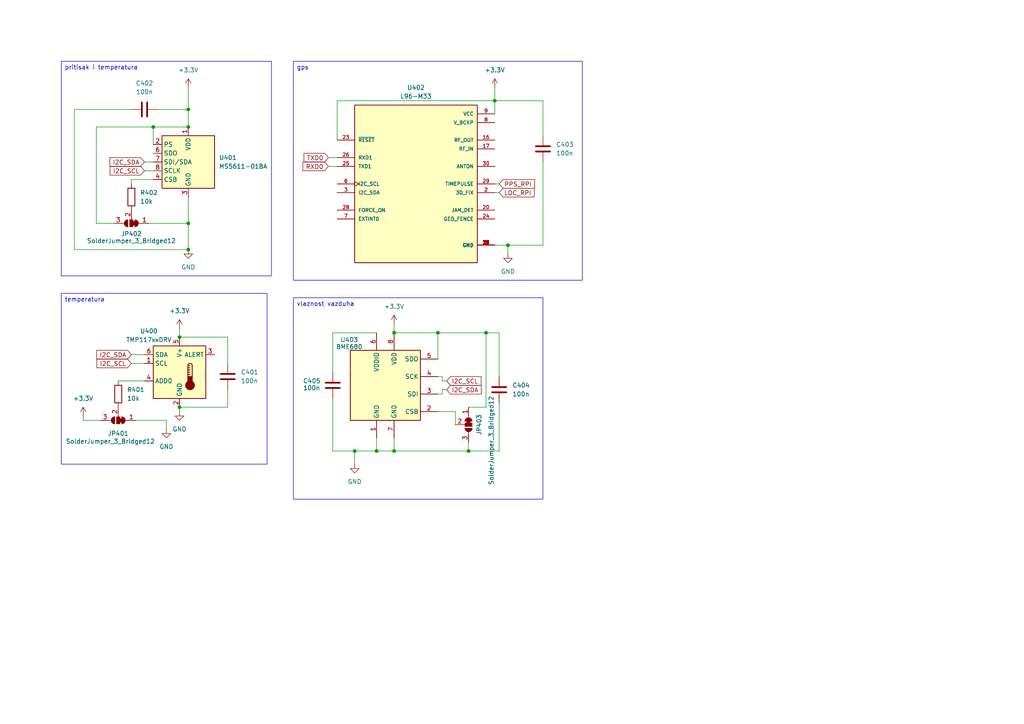
<source format=kicad_sch>
(kicad_sch (version 20250114) (generator "eeschema") (generator_version "9.0")
  (paper "A4")
  (lib_symbols
    (symbol "Device:C" (pin_numbers (hide yes)) (pin_names (offset 0.254))
      (property "Reference" "C" (at 0.635 2.54 0))
      (property "Value" "C" (at 0.635 -2.54 0))
      (symbol "C_0_1"
        (polyline (pts (xy -2.032 0.762) (xy 2.032 0.762)) (stroke (width 0.508)))
        (polyline (pts (xy -2.032 -0.762) (xy 2.032 -0.762)) (stroke (width 0.508)))
      )
      (symbol "C_1_1"
        (pin passive line (at 0 3.81 270) (length 2.794) (name "~") (number "1"))
        (pin passive line (at 0 -3.81 90) (length 2.794) (name "~") (number "2"))
      )
    )
    (symbol "Device:R" (pin_numbers (hide yes)) (pin_names (offset 0))
      (property "Reference" "R" (at 2.032 0 90))
      (property "Value" "R" (at 0 0 90))
      (symbol "R_0_1"
        (rectangle (start -1.016 -2.54) (end 1.016 2.54) (stroke (width 0.254)))
      )
      (symbol "R_1_1"
        (pin passive line (at 0 3.81 270) (length 1.27) (name "~") (number "1"))
        (pin passive line (at 0 -3.81 90) (length 1.27) (name "~") (number "2"))
      )
    )
    (symbol "Jumper:SolderJumper_3_Bridged12" (pin_names (offset 0) (hide yes)) (in_bom no)
      (property "Reference" "JP" (at -2.54 -2.54 0))
      (property "Value" "SolderJumper_3_Bridged12" (at 0 2.794 0))
      (symbol "SolderJumper_3_Bridged12_0_1"
        (polyline (pts (xy -2.54 0) (xy -2.032 0)))
        (polyline (pts (xy -1.016 1.016) (xy -1.016 -1.016)))
        (rectangle (start -1.016 0.508) (end -0.508 -0.508) (fill (type outline)))
        (arc (start -1.016 -1.016) (mid -2.0276 0) (end -1.016 1.016))
        (arc (start -1.016 -1.016) (mid -2.0276 0) (end -1.016 1.016) (fill (type outline)))
        (rectangle (start -0.508 1.016) (end 0.508 -1.016) (fill (type outline)))
        (polyline (pts (xy 0 -1.27) (xy 0 -1.016)))
        (arc (start 1.016 1.016) (mid 2.0276 0) (end 1.016 -1.016))
        (arc (start 1.016 1.016) (mid 2.0276 0) (end 1.016 -1.016) (fill (type outline)))
        (polyline (pts (xy 1.016 1.016) (xy 1.016 -1.016)))
        (polyline (pts (xy 2.54 0) (xy 2.032 0)))
      )
      (symbol "SolderJumper_3_Bridged12_1_1"
        (pin passive line (at -5.08 0 0) (length 2.54) (name "A") (number "1"))
        (pin passive line (at 0 -3.81 90) (length 2.54) (name "C") (number "2"))
        (pin passive line (at 5.08 0 180) (length 2.54) (name "B") (number "3"))
      )
    )
    (symbol "L96-M33:L96-M33" (pin_names (offset 1.016))
      (property "Reference" "U" (at -17.8097 23.4036 0))
      (property "Value" "L96-M33" (at -17.7967 -25.425 0))
      (symbol "L96-M33_0_0"
        (rectangle (start -17.78 -22.86) (end 17.78 22.86) (stroke (width 0.254)) (fill (type background)))
        (pin input line (at -22.86 12.7 0) (length 5.08) (name "~{RESET}") (number "23"))
        (pin input line (at -22.86 7.62 0) (length 5.08) (name "RXD1") (number "26"))
        (pin output line (at -22.86 5.08 0) (length 5.08) (name "TXD1") (number "25"))
        (pin bidirectional clock (at -22.86 0 0) (length 5.08) (name "I2C_SCL") (number "6"))
        (pin bidirectional line (at -22.86 -2.54 0) (length 5.08) (name "I2C_SDA") (number "3"))
        (pin input line (at -22.86 -7.62 0) (length 5.08) (name "FORCE_ON") (number "28"))
        (pin input line (at -22.86 -10.16 0) (length 5.08) (name "EXTINT0") (number "7"))
        (pin power_in line (at 22.86 20.32 180) (length 5.08) (name "VCC") (number "9"))
        (pin power_in line (at 22.86 17.78 180) (length 5.08) (name "V_BCKP") (number "8"))
        (pin output line (at 22.86 12.7 180) (length 5.08) (name "RF_OUT") (number "16"))
        (pin input line (at 22.86 10.16 180) (length 5.08) (name "RF_IN") (number "17"))
        (pin output line (at 22.86 5.08 180) (length 5.08) (name "ANTON") (number "30"))
        (pin output line (at 22.86 0 180) (length 5.08) (name "TIMEPULSE") (number "29"))
        (pin output line (at 22.86 -2.54 180) (length 5.08) (name "3D_FIX") (number "2"))
        (pin output line (at 22.86 -7.62 180) (length 5.08) (name "JAM_DET") (number "20"))
        (pin output line (at 22.86 -10.16 180) (length 5.08) (name "GEO_FENCE") (number "24"))
        (pin power_in line (at 22.86 -17.78 180) (length 5.08) (name "GND") (number "10"))
        (pin power_in line (at 22.86 -17.78 180) (length 5.08) (name "GND") (number "11"))
        (pin power_in line (at 22.86 -17.78 180) (length 5.08) (name "GND") (number "12"))
        (pin power_in line (at 22.86 -17.78 180) (length 5.08) (name "GND") (number "13"))
        (pin power_in line (at 22.86 -17.78 180) (length 5.08) (name "GND") (number "14"))
        (pin power_in line (at 22.86 -17.78 180) (length 5.08) (name "GND") (number "15"))
        (pin power_in line (at 22.86 -17.78 180) (length 5.08) (name "GND") (number "18"))
        (pin power_in line (at 22.86 -17.78 180) (length 5.08) (name "GND") (number "19"))
        (pin power_in line (at 22.86 -17.78 180) (length 5.08) (name "GND") (number "21"))
        (pin power_in line (at 22.86 -17.78 180) (length 5.08) (name "GND") (number "22"))
        (pin power_in line (at 22.86 -17.78 180) (length 5.08) (name "GND") (number "27"))
        (pin power_in line (at 22.86 -17.78 180) (length 5.08) (name "GND") (number "31"))
        (pin power_in line (at 22.86 -17.78 180) (length 5.08) (name "GND") (number "4"))
        (pin power_in line (at 22.86 -17.78 180) (length 5.08) (name "GND") (number "5"))
      )
    )
    (symbol "Sensor:BME680"
      (property "Reference" "U" (at -8.89 11.43 0))
      (property "Value" "BME680" (at 7.62 11.43 0))
      (symbol "BME680_0_1"
        (rectangle (start -10.16 10.16) (end 10.16 -10.16) (stroke (width 0.254)) (fill (type background)))
      )
      (symbol "BME680_1_1"
        (pin power_in line (at -2.54 15.24 270) (length 5.08) (name "VDDIO") (number "6"))
        (pin power_in line (at -2.54 -15.24 90) (length 5.08) (name "GND") (number "1"))
        (pin power_in line (at 2.54 15.24 270) (length 5.08) (name "VDD") (number "8"))
        (pin power_in line (at 2.54 -15.24 90) (length 5.08) (name "GND") (number "7"))
        (pin bidirectional line (at 15.24 7.62 180) (length 5.08) (name "SDO") (number "5"))
        (pin input line (at 15.24 2.54 180) (length 5.08) (name "SCK") (number "4"))
        (pin bidirectional line (at 15.24 -2.54 180) (length 5.08) (name "SDI") (number "3"))
        (pin input line (at 15.24 -7.62 180) (length 5.08) (name "CSB") (number "2"))
      )
    )
    (symbol "Sensor_Pressure:MS5611-01BA"
      (property "Reference" "U" (at -6.35 8.89 0))
      (property "Value" "MS5611-01BA" (at 7.62 8.89 0))
      (symbol "MS5611-01BA_0_1"
        (rectangle (start -7.62 7.62) (end 7.62 -7.62) (stroke (width 0.254)) (fill (type background)))
      )
      (symbol "MS5611-01BA_1_1"
        (pin input line (at -10.16 5.08 0) (length 2.54) (name "PS") (number "2"))
        (pin output line (at -10.16 2.54 0) (length 2.54) (name "SDO") (number "6"))
        (pin bidirectional line (at -10.16 0 0) (length 2.54) (name "SDI/SDA") (number "7"))
        (pin input line (at -10.16 -2.54 0) (length 2.54) (name "SCLK") (number "8"))
        (pin input line (at -10.16 -5.08 0) (length 2.54) (name "CSB") (number "4"))
        (pin input line (at -10.16 -5.08 0) (length 2.54) (hide yes) (name "CSB") (number "5"))
        (pin power_in line (at 0 10.16 270) (length 2.54) (name "VDD") (number "1"))
        (pin power_in line (at 0 -10.16 90) (length 2.54) (name "GND") (number "3"))
      )
    )
    (symbol "Sensor_Temperature:TMP117xxDRV"
      (property "Reference" "U" (at -2.54 10.795 0))
      (property "Value" "TMP117xxDRV" (at -2.54 8.89 0))
      (symbol "TMP117xxDRV_0_1"
        (rectangle (start -7.62 7.62) (end 7.62 -7.62) (stroke (width 0.254)) (fill (type background)))
      )
      (symbol "TMP117xxDRV_1_1"
        (polyline (pts (xy 2.413 1.905) (xy 2.413 -1.27)) (stroke (width 0.254)))
        (polyline (pts (xy 2.413 1.905) (xy 3.048 1.905)) (stroke (width 0.254)))
        (polyline (pts (xy 2.413 1.27) (xy 3.048 1.27)) (stroke (width 0.254)))
        (polyline (pts (xy 2.413 0.635) (xy 3.048 0.635)) (stroke (width 0.254)))
        (polyline (pts (xy 2.413 0) (xy 3.048 0)) (stroke (width 0.254)))
        (polyline (pts (xy 2.413 -0.635) (xy 3.048 -0.635)) (stroke (width 0.254)))
        (arc (start 2.413 1.905) (mid 3.048 2.5373) (end 3.683 1.905) (stroke (width 0.254)))
        (circle (center 3.048 -3.81) (radius 1.27) (stroke (width 0.254)) (fill (type outline)))
        (polyline (pts (xy 3.683 1.905) (xy 3.683 -1.27)) (stroke (width 0.254)))
        (rectangle (start 3.683 -3.175) (end 2.413 -1.27) (stroke (width 0.254)) (fill (type outline)))
        (pin bidirectional line (at -10.16 5.08 0) (length 2.54) (name "SDA") (number "6"))
        (pin input line (at -10.16 2.54 0) (length 2.54) (name "SCL") (number "1"))
        (pin input line (at -10.16 -2.54 0) (length 2.54) (name "ADD0") (number "4"))
        (pin power_in line (at 0 10.16 270) (length 2.54) (name "V+") (number "5"))
        (pin power_in line (at 0 -10.16 90) (length 2.54) (name "GND") (number "2"))
        (pin open_collector line (at 10.16 5.08 180) (length 2.54) (name "ALERT") (number "3"))
      )
    )
    (symbol "power:+3.3V" (power) (pin_numbers (hide yes)) (pin_names (offset 0) (hide yes))
      (property "Value" "+3.3V" (at 0 3.556 0))
      (symbol "+3.3V_0_1"
        (polyline (pts (xy -0.762 1.27) (xy 0 2.54)))
        (polyline (pts (xy 0 2.54) (xy 0.762 1.27)))
        (polyline (pts (xy 0 0) (xy 0 2.54)))
      )
      (symbol "+3.3V_1_1"
        (pin power_in line (at 0 0 90) (length 0) (name "~") (number "1"))
      )
    )
    (symbol "power:GND" (power) (pin_numbers (hide yes)) (pin_names (offset 0) (hide yes))
      (property "Value" "GND" (at 0 -3.81 0))
      (symbol "GND_0_1"
        (polyline (pts (xy 0 0) (xy 0 -1.27) (xy 1.27 -1.27) (xy 0 -2.54) (xy -1.27 -1.27) (xy 0 -1.27)))
      )
      (symbol "GND_1_1"
        (pin power_in line (at 0 0 270) (length 0) (name "~") (number "1"))
      )
    )
  )
  (text_box "pritisak i temperatura" (at 17.78 17.78 0) (size 60.96 62.23) (margins 0.9525 0.9525 0.9525 0.9525) (effects (font (size 1.27 1.27)) (justify left top)))
  (text_box "gps\n" (at 85.09 17.78 0) (size 83.82 63.5) (margins 0.9525 0.9525 0.9525 0.9525) (effects (font (size 1.27 1.27)) (justify left top)))
  (text_box "vlaznost vazduha\n" (at 85.09 86.36 0) (size 72.39 58.42) (margins 0.9525 0.9525 0.9525 0.9525) (effects (font (size 1.27 1.27)) (justify left top)))
  (text_box "temperatura\n" (at 17.78 85.09 0) (size 59.69 49.53) (margins 0.9525 0.9525 0.9525 0.9525) (effects (font (size 1.27 1.27)) (justify left top)))
  (junction (at 44.45 36.83))
  (junction (at 140.97 96.52))
  (junction (at 127 96.52))
  (junction (at 54.61 64.77))
  (junction (at 147.32 71.12))
  (junction (at 114.3 96.52))
  (junction (at 114.3 130.81))
  (junction (at 143.51 29.21))
  (junction (at 109.22 130.81))
  (junction (at 52.07 118.11))
  (junction (at 102.87 130.81))
  (junction (at 54.61 31.75))
  (junction (at 54.61 36.83))
  (junction (at 135.89 130.81))
  (junction (at 52.07 97.79))
  (junction (at 54.61 72.39))
  (wire (pts (xy 127 96.52) (xy 127 104.14)))
  (wire (pts (xy 96.52 115.57) (xy 96.52 130.81)))
  (wire (pts (xy 66.04 113.03) (xy 66.04 118.11)))
  (wire (pts (xy 48.26 121.92) (xy 48.26 124.46)))
  (wire (pts (xy 140.97 96.52) (xy 144.78 96.52)))
  (wire (pts (xy 127 96.52) (xy 114.3 96.52)))
  (wire (pts (xy 24.13 120.65) (xy 24.13 121.92)))
  (wire (pts (xy 135.89 130.81) (xy 114.3 130.81)))
  (wire (pts (xy 128.27 109.22) (xy 127 109.22)))
  (wire (pts (xy 44.45 36.83) (xy 54.61 36.83)))
  (wire (pts (xy 143.51 29.21) (xy 143.51 25.4)))
  (wire (pts (xy 128.27 110.49) (xy 128.27 109.22)))
  (wire (pts (xy 157.48 46.99) (xy 157.48 71.12)))
  (wire (pts (xy 109.22 130.81) (xy 114.3 130.81)))
  (wire (pts (xy 21.59 31.75) (xy 21.59 72.39)))
  (wire (pts (xy 41.91 46.99) (xy 44.45 46.99)))
  (wire (pts (xy 102.87 130.81) (xy 102.87 134.62)))
  (wire (pts (xy 54.61 31.75) (xy 54.61 36.83)))
  (wire (pts (xy 157.48 71.12) (xy 147.32 71.12)))
  (wire (pts (xy 135.89 118.11) (xy 140.97 118.11)))
  (wire (pts (xy 34.29 110.49) (xy 41.91 110.49)))
  (wire (pts (xy 66.04 105.41) (xy 66.04 97.79)))
  (wire (pts (xy 132.08 119.38) (xy 132.08 123.19)))
  (wire (pts (xy 109.22 130.81) (xy 109.22 127)))
  (wire (pts (xy 143.51 33.02) (xy 143.51 29.21)))
  (wire (pts (xy 41.91 49.53) (xy 44.45 49.53)))
  (wire (pts (xy 96.52 107.95) (xy 96.52 96.52)))
  (wire (pts (xy 127 119.38) (xy 132.08 119.38)))
  (wire (pts (xy 44.45 41.91) (xy 44.45 36.83)))
  (wire (pts (xy 52.07 118.11) (xy 66.04 118.11)))
  (wire (pts (xy 95.25 48.26) (xy 97.79 48.26)))
  (wire (pts (xy 147.32 71.12) (xy 147.32 73.66)))
  (wire (pts (xy 129.54 113.03) (xy 128.27 113.03)))
  (wire (pts (xy 109.22 130.81) (xy 102.87 130.81)))
  (wire (pts (xy 129.54 110.49) (xy 128.27 110.49)))
  (wire (pts (xy 52.07 119.38) (xy 52.07 118.11)))
  (wire (pts (xy 96.52 96.52) (xy 109.22 96.52)))
  (wire (pts (xy 27.94 36.83) (xy 44.45 36.83)))
  (wire (pts (xy 38.1 52.07) (xy 44.45 52.07)))
  (wire (pts (xy 38.1 102.87) (xy 41.91 102.87)))
  (wire (pts (xy 39.37 121.92) (xy 48.26 121.92)))
  (wire (pts (xy 54.61 57.15) (xy 54.61 64.77)))
  (wire (pts (xy 43.18 64.77) (xy 54.61 64.77)))
  (wire (pts (xy 97.79 29.21) (xy 143.51 29.21)))
  (wire (pts (xy 45.72 31.75) (xy 54.61 31.75)))
  (wire (pts (xy 157.48 39.37) (xy 157.48 29.21)))
  (wire (pts (xy 38.1 52.07) (xy 38.1 53.34)))
  (wire (pts (xy 114.3 93.98) (xy 114.3 96.52)))
  (wire (pts (xy 143.51 29.21) (xy 157.48 29.21)))
  (wire (pts (xy 144.78 109.22) (xy 144.78 96.52)))
  (wire (pts (xy 128.27 114.3) (xy 127 114.3)))
  (wire (pts (xy 127 96.52) (xy 140.97 96.52)))
  (wire (pts (xy 128.27 113.03) (xy 128.27 114.3)))
  (wire (pts (xy 97.79 40.64) (xy 97.79 29.21)))
  (wire (pts (xy 21.59 72.39) (xy 54.61 72.39)))
  (wire (pts (xy 27.94 64.77) (xy 27.94 36.83)))
  (wire (pts (xy 96.52 130.81) (xy 102.87 130.81)))
  (wire (pts (xy 66.04 97.79) (xy 52.07 97.79)))
  (wire (pts (xy 33.02 64.77) (xy 27.94 64.77)))
  (wire (pts (xy 114.3 130.81) (xy 114.3 127)))
  (wire (pts (xy 54.61 64.77) (xy 54.61 72.39)))
  (wire (pts (xy 38.1 105.41) (xy 41.91 105.41)))
  (wire (pts (xy 135.89 128.27) (xy 135.89 130.81)))
  (wire (pts (xy 144.78 130.81) (xy 135.89 130.81)))
  (wire (pts (xy 38.1 31.75) (xy 21.59 31.75)))
  (wire (pts (xy 143.51 71.12) (xy 147.32 71.12)))
  (wire (pts (xy 54.61 25.4) (xy 54.61 31.75)))
  (wire (pts (xy 140.97 96.52) (xy 140.97 118.11)))
  (wire (pts (xy 95.25 45.72) (xy 97.79 45.72)))
  (wire (pts (xy 24.13 121.92) (xy 29.21 121.92)))
  (wire (pts (xy 52.07 95.25) (xy 52.07 97.79)))
  (wire (pts (xy 143.51 53.34) (xy 144.78 53.34)))
  (wire (pts (xy 143.51 55.88) (xy 144.78 55.88)))
  (wire (pts (xy 144.78 116.84) (xy 144.78 130.81)))
  (global_label "LOC_RPI" (shape input) (at 144.78 55.88 0) (property "Intersheetrefs" "${INTERSHEET_REFS}" (effects (hide yes))))
  (global_label "RXD0" (shape input) (at 95.25 48.26 180) (property "Intersheetrefs" "${INTERSHEET_REFS}" (effects (hide yes))))
  (global_label "PPS_RPI" (shape input) (at 144.78 53.34 0) (property "Intersheetrefs" "${INTERSHEET_REFS}" (effects (hide yes))))
  (global_label "I2C_SDA" (shape input) (at 41.91 46.99 180) (property "Intersheetrefs" "${INTERSHEET_REFS}" (effects (hide yes))))
  (global_label "I2C_SDA" (shape input) (at 38.1 102.87 180) (property "Intersheetrefs" "${INTERSHEET_REFS}" (effects (hide yes))))
  (global_label "I2C_SCL" (shape input) (at 38.1 105.41 180) (property "Intersheetrefs" "${INTERSHEET_REFS}" (effects (hide yes))))
  (global_label "I2C_SCL" (shape input) (at 41.91 49.53 180) (property "Intersheetrefs" "${INTERSHEET_REFS}" (effects (hide yes))))
  (global_label "TXD0" (shape input) (at 95.25 45.72 180) (property "Intersheetrefs" "${INTERSHEET_REFS}" (effects (hide yes))))
  (global_label "I2C_SCL" (shape input) (at 129.54 110.49 0) (property "Intersheetrefs" "${INTERSHEET_REFS}" (effects (hide yes))))
  (global_label "I2C_SDA" (shape input) (at 129.54 113.03 0) (property "Intersheetrefs" "${INTERSHEET_REFS}" (effects (hide yes))))
  (symbol (lib_id "Device:C") (at 41.91 31.75 90) (unit 1)
    (property "Reference" "C402" (at 41.91 24.13 90))
    (property "Value" "100n" (at 41.91 26.67 90))
    (property "Footprint" "Capacitor_SMD:C_1206_3216Metric_Pad1.33x1.80mm_HandSolder" (effects (hide yes)))
    (property "Description" "Unpolarized capacitor" (effects (hide yes)))
  )
  (symbol (lib_id "Device:R") (at 34.29 114.3 0) (unit 1)
    (property "Reference" "R401" (at 36.83 113.0299 0) (effects (justify left)))
    (property "Value" "10k" (at 36.83 115.5699 0) (effects (justify left)))
    (property "Footprint" "Resistor_SMD:R_1206_3216Metric_Pad1.30x1.75mm_HandSolder" (effects (hide yes)))
    (property "Description" "Resistor" (effects (hide yes)))
  )
  (symbol (lib_id "Jumper:SolderJumper_3_Bridged12") (at 34.29 121.92 180) (unit 1) (in_bom no)
    (property "Reference" "JP401" (at 34.29 125.73 0))
    (property "Value" "SolderJumper_3_Bridged12" (at 32.004 128.016 0))
    (property "Footprint" "Jumper:SolderJumper-3_P1.3mm_Bridged12_RoundedPad1.0x1.5mm" (effects (hide yes)))
    (property "Description" "3-pole Solder Jumper, pins 1+2 closed/bridged" (effects (hide yes)))
  )
  (symbol (lib_id "power:GND") (at 54.61 72.39 0) (unit 1)
    (property "Reference" "#PWR06" (effects (hide yes)))
    (property "Value" "GND" (at 54.61 77.47 0))
    (property "Description" "Power symbol creates a global label with name \"GND\" , ground" (effects (hide yes)))
  )
  (symbol (lib_id "Jumper:SolderJumper_3_Bridged12") (at 38.1 64.77 180) (unit 1) (in_bom no)
    (property "Reference" "JP402" (at 38.1 67.818 0))
    (property "Value" "SolderJumper_3_Bridged12" (at 38.1 69.85 0))
    (property "Footprint" "Jumper:SolderJumper-3_P1.3mm_Bridged12_RoundedPad1.0x1.5mm" (effects (hide yes)))
    (property "Description" "3-pole Solder Jumper, pins 1+2 closed/bridged" (effects (hide yes)))
  )
  (symbol (lib_id "power:+3.3V") (at 54.61 25.4 0) (unit 1)
    (property "Reference" "#PWR05" (effects (hide yes)))
    (property "Value" "+3.3V" (at 54.61 20.32 0))
    (property "Description" "Power symbol creates a global label with name \"+3.3V\"" (effects (hide yes)))
  )
  (symbol (lib_id "Device:C") (at 66.04 109.22 0) (unit 1)
    (property "Reference" "C401" (at 69.85 107.9499 0) (effects (justify left)))
    (property "Value" "100n" (at 69.85 110.4899 0) (effects (justify left)))
    (property "Footprint" "Capacitor_SMD:C_1206_3216Metric_Pad1.33x1.80mm_HandSolder" (effects (hide yes)))
    (property "Description" "Unpolarized capacitor" (effects (hide yes)))
  )
  (symbol (lib_id "power:+3.3V") (at 114.3 93.98 0) (unit 1)
    (property "Reference" "#PWR010" (effects (hide yes)))
    (property "Value" "+3.3V" (at 114.3 88.9 0))
    (property "Description" "Power symbol creates a global label with name \"+3.3V\"" (effects (hide yes)))
  )
  (symbol (lib_id "Device:C") (at 96.52 111.76 0) (unit 1)
    (property "Reference" "C405" (at 87.884 110.49 0) (effects (justify left)))
    (property "Value" "100n" (at 87.884 112.522 0) (effects (justify left)))
    (property "Footprint" "Capacitor_SMD:C_1206_3216Metric_Pad1.33x1.80mm_HandSolder" (effects (hide yes)))
    (property "Description" "Unpolarized capacitor" (effects (hide yes)))
  )
  (symbol (lib_id "Sensor_Temperature:TMP117xxDRV") (at 52.07 107.95 0) (unit 1)
    (property "Reference" "U400" (at 43.18 96.012 0))
    (property "Value" "TMP117xxDRV" (at 43.18 98.552 0))
    (property "Footprint" "Package_SON:WSON-6-1EP_2x2mm_P0.65mm_EP1x1.6mm" (effects (hide yes)))
    (property "Datasheet" "https://www.ti.com/lit/ds/symlink/tmp117.pdf" (effects (hide yes)))
    (property "Description" "Digital Temperature Sensor with I2C/SMBus Interface, 16 bits, ±0.3°C, one-shot conversion, alert, nist traceable, EEPROM, WSON" (effects (hide yes)))
  )
  (symbol (lib_id "Sensor:BME680") (at 111.76 111.76 0) (unit 1)
    (property "Reference" "U403" (at 103.886 98.552 0) (effects (justify right)))
    (property "Value" "BME680" (at 105.156 100.584 0) (effects (justify right)))
    (property "Footprint" "Package_LGA:Bosch_LGA-8_3x3mm_P0.8mm_ClockwisePinNumbering" (effects (hide yes)))
    (property "Datasheet" "https://ae-bst.resource.bosch.com/media/_tech/media/datasheets/BST-BME680-DS001.pdf" (effects (hide yes)))
    (property "Description" "4-in-1 sensor, gas, humidity, pressure, temperature, I2C and SPI interface, 1.71-3.6V, LGA-8" (effects (hide yes)))
  )
  (symbol (lib_id "power:GND") (at 52.07 119.38 0) (unit 1)
    (property "Reference" "#PWR02" (effects (hide yes)))
    (property "Value" "GND" (at 52.07 124.46 0))
    (property "Description" "Power symbol creates a global label with name \"GND\" , ground" (effects (hide yes)))
  )
  (symbol (lib_id "power:+3.3V") (at 24.13 120.65 0) (unit 1)
    (property "Reference" "#PWR04" (effects (hide yes)))
    (property "Value" "+3.3V" (at 24.13 115.57 0))
    (property "Description" "Power symbol creates a global label with name \"+3.3V\"" (effects (hide yes)))
  )
  (symbol (lib_id "Jumper:SolderJumper_3_Bridged12") (at 135.89 123.19 270) (unit 1) (in_bom no)
    (property "Reference" "JP403" (at 138.938 123.19 0))
    (property "Value" "SolderJumper_3_Bridged12" (at 142.494 127.762 0))
    (property "Footprint" "Jumper:SolderJumper-3_P1.3mm_Bridged12_RoundedPad1.0x1.5mm" (effects (hide yes)))
    (property "Description" "3-pole Solder Jumper, pins 1+2 closed/bridged" (effects (hide yes)))
  )
  (symbol (lib_id "Device:R") (at 38.1 57.15 0) (unit 1)
    (property "Reference" "R402" (at 40.64 55.8799 0) (effects (justify left)))
    (property "Value" "10k" (at 40.64 58.4199 0) (effects (justify left)))
    (property "Footprint" "Resistor_SMD:R_1206_3216Metric_Pad1.30x1.75mm_HandSolder" (effects (hide yes)))
    (property "Description" "Resistor" (effects (hide yes)))
  )
  (symbol (lib_id "L96-M33:L96-M33") (at 120.65 53.34 0) (unit 1)
    (property "Reference" "U402" (at 120.65 25.4 0))
    (property "Value" "L96-M33" (at 120.65 27.94 0))
    (property "Footprint" "L96-M33:XCVR_L96-M33" (effects (hide yes)))
    (property "MF" "Quectel" (effects (hide yes)))
    (property "DESCRIPTION" "L96 is a concurrent multi-GNSS receiver module with embedded chip antenna. With 33 tracking channels, 99 acquisition channels and 210 PRN channels, L96 supports concurrent reception of up to three GNSS systems _GPS+GLONASS+Galileo_" (effects (hide yes)))
    (property "PACKAGE" "SOIC-8 Quectel Wireless Solutions Co., Ltd" (effects (hide yes)))
    (property "PRICE" "None" (effects (hide yes)))
    (property "Package" "SMD-31 Quectel" (effects (hide yes)))
    (property "Check_prices" "https://www.snapeda.com/parts/L96-M33/Quectel/view-part/?ref=eda" (effects (hide yes)))
    (property "Price" "None" (effects (hide yes)))
    (property "SnapEDA_Link" "https://www.snapeda.com/parts/L96-M33/Quectel/view-part/?ref=snap" (effects (hide yes)))
    (property "MP" "L96-M33" (effects (hide yes)))
    (property "Availability" "In Stock" (effects (hide yes)))
    (property "AVAILABILITY" "Unavailable" (effects (hide yes)))
    (property "Description_1" "L96 is a concurrent multi-GNSS receiver module with embedded chip antenna. With 33 tracking channels, 99 acquisition channels and 210 PRN channels, L96 supports concurrent reception of up to three GNSS systems (GPS+GLONASS+Galileo)" (effects (hide yes)))
  )
  (symbol (lib_id "Device:C") (at 157.48 43.18 180) (unit 1)
    (property "Reference" "C403" (at 161.29 41.9099 0) (effects (justify right)))
    (property "Value" "100n" (at 161.29 44.4499 0) (effects (justify right)))
    (property "Footprint" "Capacitor_SMD:C_1206_3216Metric_Pad1.33x1.80mm_HandSolder" (effects (hide yes)))
    (property "Description" "Unpolarized capacitor" (effects (hide yes)))
  )
  (symbol (lib_id "power:+3.3V") (at 52.07 95.25 0) (unit 1)
    (property "Reference" "#PWR01" (effects (hide yes)))
    (property "Value" "+3.3V" (at 52.07 90.17 0))
    (property "Description" "Power symbol creates a global label with name \"+3.3V\"" (effects (hide yes)))
  )
  (symbol (lib_id "Sensor_Pressure:MS5611-01BA") (at 54.61 46.99 0) (unit 1)
    (property "Reference" "U401" (at 63.5 45.7199 0) (effects (justify left)))
    (property "Value" "MS5611-01BA" (at 63.5 48.2599 0) (effects (justify left)))
    (property "Footprint" "Package_LGA:LGA-8_3x5mm_P1.25mm" (effects (hide yes)))
    (property "Datasheet" "https://www.te.com/commerce/DocumentDelivery/DDEController?Action=srchrtrv&DocNm=MS5611-01BA03&DocType=Data+Sheet&DocLang=English" (effects (hide yes)))
    (property "Description" "Barometric pressure sensor, 10cm resolution, 10 to 1200 mbar, I2C and SPI interface up to 20MHz, LGA-8" (effects (hide yes)))
  )
  (symbol (lib_id "Device:C") (at 144.78 113.03 0) (unit 1)
    (property "Reference" "C404" (at 148.59 111.7599 0) (effects (justify left)))
    (property "Value" "100n" (at 148.59 114.2999 0) (effects (justify left)))
    (property "Footprint" "Capacitor_SMD:C_1206_3216Metric_Pad1.33x1.80mm_HandSolder" (effects (hide yes)))
    (property "Description" "Unpolarized capacitor" (effects (hide yes)))
  )
  (symbol (lib_id "power:GND") (at 147.32 73.66 0) (unit 1)
    (property "Reference" "#PWR08" (effects (hide yes)))
    (property "Value" "GND" (at 147.32 78.74 0))
    (property "Description" "Power symbol creates a global label with name \"GND\" , ground" (effects (hide yes)))
  )
  (symbol (lib_id "power:GND") (at 102.87 134.62 0) (unit 1)
    (property "Reference" "#PWR09" (effects (hide yes)))
    (property "Value" "GND" (at 102.87 139.7 0))
    (property "Description" "Power symbol creates a global label with name \"GND\" , ground" (effects (hide yes)))
  )
  (symbol (lib_id "power:+3.3V") (at 143.51 25.4 0) (unit 1)
    (property "Reference" "#PWR07" (effects (hide yes)))
    (property "Value" "+3.3V" (at 143.51 20.32 0))
    (property "Description" "Power symbol creates a global label with name \"+3.3V\"" (effects (hide yes)))
  )
  (symbol (lib_id "power:GND") (at 48.26 124.46 0) (unit 1)
    (property "Reference" "#PWR03" (effects (hide yes)))
    (property "Value" "GND" (at 48.26 129.54 0))
    (property "Description" "Power symbol creates a global label with name \"GND\" , ground" (effects (hide yes)))
  )
)
</source>
